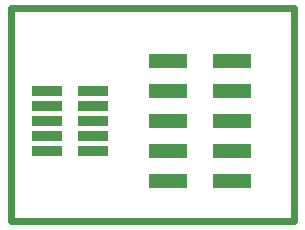
<source format=gts>
G04*
G04 #@! TF.GenerationSoftware,Altium Limited,CircuitStudio,1.5.2 (30)*
G04*
G04 Layer_Color=8388736*
%FSLAX24Y24*%
%MOIN*%
G70*
G01*
G75*
%ADD18C,0.0236*%
%ADD19R,0.1025X0.0375*%
%ADD20R,0.1300X0.0474*%
D18*
X0Y0D02*
Y7087D01*
X9449D01*
Y0D02*
Y7087D01*
X0Y0D02*
X9449D01*
D19*
X2736Y2346D02*
D03*
Y2846D02*
D03*
X1201Y2346D02*
D03*
Y2846D02*
D03*
Y4346D02*
D03*
X2736D02*
D03*
X1201Y3846D02*
D03*
Y3346D02*
D03*
X2736Y3846D02*
D03*
Y3346D02*
D03*
D20*
X5236Y5346D02*
D03*
Y4346D02*
D03*
X7362Y5346D02*
D03*
Y4346D02*
D03*
Y1346D02*
D03*
X5236D02*
D03*
X7362Y2346D02*
D03*
X5236D02*
D03*
X7362Y3346D02*
D03*
X5236D02*
D03*
M02*

</source>
